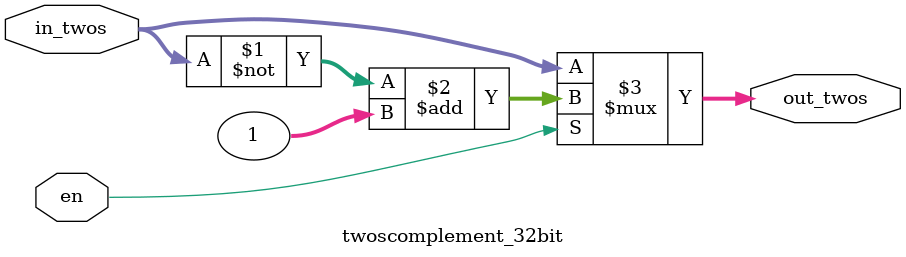
<source format=v>
`timescale 1ns / 1ps
module twoscomplement_32bit(
    input [31:0] in_twos,
    input en,
    output [31:0] out_twos
);
    assign out_twos = en ? (~in_twos + 1) : in_twos;  
endmodule

</source>
